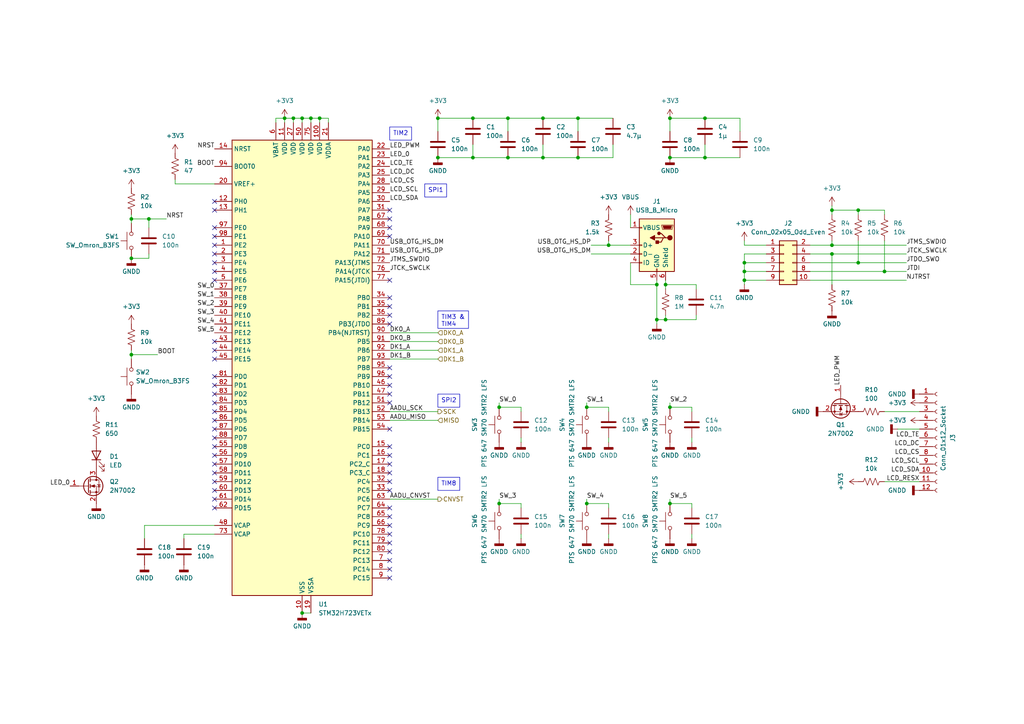
<source format=kicad_sch>
(kicad_sch (version 20231120) (generator "eeschema") (generator_version "8.0")
  (paper "A4")
  (lib_symbols
    (symbol "Connector:Conn_01x12_Socket" (pin_names (offset 1.016) hide)
      (property "Reference" "J" (at 0 15.24 0))
      (property "Value" "Conn_01x12_Socket" (at 0 -17.78 0))
      (symbol "Conn_01x12_Socket_1_1"
        (pin passive line (at -5.08 12.7 0) (length 3.81) (name "Pin_1") (number "1"))
        (pin passive line (at -5.08 -10.16 0) (length 3.81) (name "Pin_10") (number "10"))
        (pin passive line (at -5.08 -12.7 0) (length 3.81) (name "Pin_11") (number "11"))
        (pin passive line (at -5.08 -15.24 0) (length 3.81) (name "Pin_12") (number "12"))
        (pin passive line (at -5.08 10.16 0) (length 3.81) (name "Pin_2") (number "2"))
        (pin passive line (at -5.08 7.62 0) (length 3.81) (name "Pin_3") (number "3"))
        (pin passive line (at -5.08 5.08 0) (length 3.81) (name "Pin_4") (number "4"))
        (pin passive line (at -5.08 2.54 0) (length 3.81) (name "Pin_5") (number "5"))
        (pin passive line (at -5.08 0 0) (length 3.81) (name "Pin_6") (number "6"))
        (pin passive line (at -5.08 -2.54 0) (length 3.81) (name "Pin_7") (number "7"))
        (pin passive line (at -5.08 -5.08 0) (length 3.81) (name "Pin_8") (number "8"))
        (pin passive line (at -5.08 -7.62 0) (length 3.81) (name "Pin_9") (number "9"))
      )
    )
    (symbol "Connector:USB_B_Micro" (pin_names (offset 1.016))
      (property "Reference" "J" (at -5.08 11.43 0))
      (property "Value" "USB_B_Micro" (at -5.08 8.89 0))
      (symbol "USB_B_Micro_1_1"
        (pin power_out line (at 7.62 5.08 180) (length 2.54) (name "VBUS") (number "1"))
        (pin bidirectional line (at 7.62 -2.54 180) (length 2.54) (name "D-") (number "2"))
        (pin bidirectional line (at 7.62 0 180) (length 2.54) (name "D+") (number "3"))
        (pin passive line (at 7.62 -5.08 180) (length 2.54) (name "ID") (number "4"))
        (pin power_out line (at 0 -10.16 90) (length 2.54) (name "GND") (number "5"))
        (pin passive line (at -2.54 -10.16 90) (length 2.54) (name "Shield") (number "6"))
      )
    )
    (symbol "Connector_Generic:Conn_02x05_Odd_Even" (pin_names (offset 1.016) hide)
      (property "Reference" "J" (at 1.27 7.62 0))
      (property "Value" "Conn_02x05_Odd_Even" (at 1.27 -7.62 0))
      (symbol "Conn_02x05_Odd_Even_1_1"
        (pin passive line (at -5.08 5.08 0) (length 3.81) (name "Pin_1") (number "1"))
        (pin passive line (at 7.62 -5.08 180) (length 3.81) (name "Pin_10") (number "10"))
        (pin passive line (at 7.62 5.08 180) (length 3.81) (name "Pin_2") (number "2"))
        (pin passive line (at -5.08 2.54 0) (length 3.81) (name "Pin_3") (number "3"))
        (pin passive line (at 7.62 2.54 180) (length 3.81) (name "Pin_4") (number "4"))
        (pin passive line (at -5.08 0 0) (length 3.81) (name "Pin_5") (number "5"))
        (pin passive line (at 7.62 0 180) (length 3.81) (name "Pin_6") (number "6"))
        (pin passive line (at -5.08 -2.54 0) (length 3.81) (name "Pin_7") (number "7"))
        (pin passive line (at 7.62 -2.54 180) (length 3.81) (name "Pin_8") (number "8"))
        (pin passive line (at -5.08 -5.08 0) (length 3.81) (name "Pin_9") (number "9"))
      )
    )
    (symbol "Device:C" (pin_numbers hide) (pin_names (offset 0.254))
      (property "Reference" "C" (at 0.635 2.54 0))
      (property "Value" "C" (at 0.635 -2.54 0))
      (symbol "C_1_1"
        (pin passive line (at 0 3.81 270) (length 2.794) (name "~") (number "1"))
        (pin passive line (at 0 -3.81 90) (length 2.794) (name "~") (number "2"))
      )
    )
    (symbol "Device:LED" (pin_numbers hide) (pin_names (offset 1.016) hide)
      (property "Reference" "D" (at 0 2.54 0))
      (property "Value" "LED" (at 0 -2.54 0))
      (symbol "LED_1_1"
        (pin passive line (at -3.81 0 0) (length 2.54) (name "K") (number "1"))
        (pin passive line (at 3.81 0 180) (length 2.54) (name "A") (number "2"))
      )
    )
    (symbol "Device:R_US" (pin_numbers hide) (pin_names (offset 0))
      (property "Reference" "R" (at 2.54 0 90))
      (property "Value" "R_US" (at -2.54 0 90))
      (symbol "R_US_1_1"
        (pin passive line (at 0 3.81 270) (length 1.27) (name "~") (number "1"))
        (pin passive line (at 0 -3.81 90) (length 1.27) (name "~") (number "2"))
      )
    )
    (symbol "MCU_ST_STM32H7:STM32H723VETx"
      (property "Reference" "U" (at -20.32 67.31 0))
      (property "Value" "STM32H723VETx" (at 10.16 67.31 0))
      (symbol "STM32H723VETx_1_1"
        (pin bidirectional line (at -25.4 35.56 0) (length 5.08) (name "PE2") (number "1"))
        (pin power_in line (at 0 -71.12 90) (length 5.08) (name "VSS") (number "10"))
        (pin power_in line (at 5.08 71.12 270) (length 5.08) (name "VDD") (number "100"))
        (pin power_in line (at -5.08 71.12 270) (length 5.08) (name "VDD") (number "11"))
        (pin bidirectional line (at -25.4 48.26 0) (length 5.08) (name "PH0") (number "12"))
        (pin bidirectional line (at -25.4 45.72 0) (length 5.08) (name "PH1") (number "13"))
        (pin input line (at -25.4 63.5 0) (length 5.08) (name "NRST") (number "14"))
        (pin bidirectional line (at 25.4 -22.86 180) (length 5.08) (name "PC0") (number "15"))
        (pin bidirectional line (at 25.4 -25.4 180) (length 5.08) (name "PC1") (number "16"))
        (pin bidirectional line (at 25.4 -27.94 180) (length 5.08) (name "PC2_C") (number "17"))
        (pin bidirectional line (at 25.4 -30.48 180) (length 5.08) (name "PC3_C") (number "18"))
        (pin power_in line (at 2.54 -71.12 90) (length 5.08) (name "VSSA") (number "19"))
        (pin bidirectional line (at -25.4 33.02 0) (length 5.08) (name "PE3") (number "2"))
        (pin input line (at -25.4 53.34 0) (length 5.08) (name "VREF+") (number "20"))
        (pin power_in line (at 7.62 71.12 270) (length 5.08) (name "VDDA") (number "21"))
        (pin bidirectional line (at 25.4 63.5 180) (length 5.08) (name "PA0") (number "22"))
        (pin bidirectional line (at 25.4 60.96 180) (length 5.08) (name "PA1") (number "23"))
        (pin bidirectional line (at 25.4 58.42 180) (length 5.08) (name "PA2") (number "24"))
        (pin bidirectional line (at 25.4 55.88 180) (length 5.08) (name "PA3") (number "25"))
        (pin passive line (at 0 -71.12 90) (length 5.08) hide (name "VSS") (number "26"))
        (pin power_in line (at -2.54 71.12 270) (length 5.08) (name "VDD") (number "27"))
        (pin bidirectional line (at 25.4 53.34 180) (length 5.08) (name "PA4") (number "28"))
        (pin bidirectional line (at 25.4 50.8 180) (length 5.08) (name "PA5") (number "29"))
        (pin bidirectional line (at -25.4 30.48 0) (length 5.08) (name "PE4") (number "3"))
        (pin bidirectional line (at 25.4 48.26 180) (length 5.08) (name "PA6") (number "30"))
        (pin bidirectional line (at 25.4 45.72 180) (length 5.08) (name "PA7") (number "31"))
        (pin bidirectional line (at 25.4 -33.02 180) (length 5.08) (name "PC4") (number "32"))
        (pin bidirectional line (at 25.4 -35.56 180) (length 5.08) (name "PC5") (number "33"))
        (pin bidirectional line (at 25.4 20.32 180) (length 5.08) (name "PB0") (number "34"))
        (pin bidirectional line (at 25.4 17.78 180) (length 5.08) (name "PB1") (number "35"))
        (pin bidirectional line (at 25.4 15.24 180) (length 5.08) (name "PB2") (number "36"))
        (pin bidirectional line (at -25.4 22.86 0) (length 5.08) (name "PE7") (number "37"))
        (pin bidirectional line (at -25.4 20.32 0) (length 5.08) (name "PE8") (number "38"))
        (pin bidirectional line (at -25.4 17.78 0) (length 5.08) (name "PE9") (number "39"))
        (pin bidirectional line (at -25.4 27.94 0) (length 5.08) (name "PE5") (number "4"))
        (pin bidirectional line (at -25.4 15.24 0) (length 5.08) (name "PE10") (number "40"))
        (pin bidirectional line (at -25.4 12.7 0) (length 5.08) (name "PE11") (number "41"))
        (pin bidirectional line (at -25.4 10.16 0) (length 5.08) (name "PE12") (number "42"))
        (pin bidirectional line (at -25.4 7.62 0) (length 5.08) (name "PE13") (number "43"))
        (pin bidirectional line (at -25.4 5.08 0) (length 5.08) (name "PE14") (number "44"))
        (pin bidirectional line (at -25.4 2.54 0) (length 5.08) (name "PE15") (number "45"))
        (pin bidirectional line (at 25.4 -5.08 180) (length 5.08) (name "PB10") (number "46"))
        (pin bidirectional line (at 25.4 -7.62 180) (length 5.08) (name "PB11") (number "47"))
        (pin power_out line (at -25.4 -45.72 0) (length 5.08) (name "VCAP") (number "48"))
        (pin passive line (at 0 -71.12 90) (length 5.08) hide (name "VSS") (number "49"))
        (pin bidirectional line (at -25.4 25.4 0) (length 5.08) (name "PE6") (number "5"))
        (pin power_in line (at 0 71.12 270) (length 5.08) (name "VDD") (number "50"))
        (pin bidirectional line (at 25.4 -10.16 180) (length 5.08) (name "PB12") (number "51"))
        (pin bidirectional line (at 25.4 -12.7 180) (length 5.08) (name "PB13") (number "52"))
        (pin bidirectional line (at 25.4 -15.24 180) (length 5.08) (name "PB14") (number "53"))
        (pin bidirectional line (at 25.4 -17.78 180) (length 5.08) (name "PB15") (number "54"))
        (pin bidirectional line (at -25.4 -22.86 0) (length 5.08) (name "PD8") (number "55"))
        (pin bidirectional line (at -25.4 -25.4 0) (length 5.08) (name "PD9") (number "56"))
        (pin bidirectional line (at -25.4 -27.94 0) (length 5.08) (name "PD10") (number "57"))
        (pin bidirectional line (at -25.4 -30.48 0) (length 5.08) (name "PD11") (number "58"))
        (pin bidirectional line (at -25.4 -33.02 0) (length 5.08) (name "PD12") (number "59"))
        (pin power_in line (at -7.62 71.12 270) (length 5.08) (name "VBAT") (number "6"))
        (pin bidirectional line (at -25.4 -35.56 0) (length 5.08) (name "PD13") (number "60"))
        (pin bidirectional line (at -25.4 -38.1 0) (length 5.08) (name "PD14") (number "61"))
        (pin bidirectional line (at -25.4 -40.64 0) (length 5.08) (name "PD15") (number "62"))
        (pin bidirectional line (at 25.4 -38.1 180) (length 5.08) (name "PC6") (number "63"))
        (pin bidirectional line (at 25.4 -40.64 180) (length 5.08) (name "PC7") (number "64"))
        (pin bidirectional line (at 25.4 -43.18 180) (length 5.08) (name "PC8") (number "65"))
        (pin bidirectional line (at 25.4 -45.72 180) (length 5.08) (name "PC9") (number "66"))
        (pin bidirectional line (at 25.4 43.18 180) (length 5.08) (name "PA8") (number "67"))
        (pin bidirectional line (at 25.4 40.64 180) (length 5.08) (name "PA9") (number "68"))
        (pin bidirectional line (at 25.4 38.1 180) (length 5.08) (name "PA10") (number "69"))
        (pin bidirectional line (at 25.4 -55.88 180) (length 5.08) (name "PC13") (number "7"))
        (pin bidirectional line (at 25.4 35.56 180) (length 5.08) (name "PA11") (number "70"))
        (pin bidirectional line (at 25.4 33.02 180) (length 5.08) (name "PA12") (number "71"))
        (pin bidirectional line (at 25.4 30.48 180) (length 5.08) (name "PA13(JTMS") (number "72"))
        (pin power_out line (at -25.4 -48.26 0) (length 5.08) (name "VCAP") (number "73"))
        (pin passive line (at 0 -71.12 90) (length 5.08) hide (name "VSS") (number "74"))
        (pin power_in line (at 2.54 71.12 270) (length 5.08) (name "VDD") (number "75"))
        (pin bidirectional line (at 25.4 27.94 180) (length 5.08) (name "PA14(JTCK") (number "76"))
        (pin bidirectional line (at 25.4 25.4 180) (length 5.08) (name "PA15(JTDI)") (number "77"))
        (pin bidirectional line (at 25.4 -48.26 180) (length 5.08) (name "PC10") (number "78"))
        (pin bidirectional line (at 25.4 -50.8 180) (length 5.08) (name "PC11") (number "79"))
        (pin bidirectional line (at 25.4 -58.42 180) (length 5.08) (name "PC14") (number "8"))
        (pin bidirectional line (at 25.4 -53.34 180) (length 5.08) (name "PC12") (number "80"))
        (pin bidirectional line (at -25.4 -2.54 0) (length 5.08) (name "PD0") (number "81"))
        (pin bidirectional line (at -25.4 -5.08 0) (length 5.08) (name "PD1") (number "82"))
        (pin bidirectional line (at -25.4 -7.62 0) (length 5.08) (name "PD2") (number "83"))
        (pin bidirectional line (at -25.4 -10.16 0) (length 5.08) (name "PD3") (number "84"))
        (pin bidirectional line (at -25.4 -12.7 0) (length 5.08) (name "PD4") (number "85"))
        (pin bidirectional line (at -25.4 -15.24 0) (length 5.08) (name "PD5") (number "86"))
        (pin bidirectional line (at -25.4 -17.78 0) (length 5.08) (name "PD6") (number "87"))
        (pin bidirectional line (at -25.4 -20.32 0) (length 5.08) (name "PD7") (number "88"))
        (pin bidirectional line (at 25.4 12.7 180) (length 5.08) (name "PB3(JTDO") (number "89"))
        (pin bidirectional line (at 25.4 -60.96 180) (length 5.08) (name "PC15") (number "9"))
        (pin bidirectional line (at 25.4 10.16 180) (length 5.08) (name "PB4(NJTRST)") (number "90"))
        (pin bidirectional line (at 25.4 7.62 180) (length 5.08) (name "PB5") (number "91"))
        (pin bidirectional line (at 25.4 5.08 180) (length 5.08) (name "PB6") (number "92"))
        (pin bidirectional line (at 25.4 2.54 180) (length 5.08) (name "PB7") (number "93"))
        (pin input line (at -25.4 58.42 0) (length 5.08) (name "BOOT0") (number "94"))
        (pin bidirectional line (at 25.4 0 180) (length 5.08) (name "PB8") (number "95"))
        (pin bidirectional line (at 25.4 -2.54 180) (length 5.08) (name "PB9") (number "96"))
        (pin bidirectional line (at -25.4 40.64 0) (length 5.08) (name "PE0") (number "97"))
        (pin bidirectional line (at -25.4 38.1 0) (length 5.08) (name "PE1") (number "98"))
        (pin passive line (at 0 -71.12 90) (length 5.08) hide (name "VSS") (number "99"))
      )
    )
    (symbol "Switch:SW_Omron_B3FS" (pin_numbers hide) (pin_names (offset 1.016) hide)
      (property "Reference" "SW" (at 1.27 2.54 0))
      (property "Value" "SW_Omron_B3FS" (at 0 -1.524 0))
      (symbol "SW_Omron_B3FS_0_1"
        (pin passive line (at -5.08 0 0) (length 2.54) (name "1") (number "1"))
        (pin passive line (at 5.08 0 180) (length 2.54) (name "2") (number "2"))
      )
    )
    (symbol "Switch:SW_Push" (pin_numbers hide) (pin_names (offset 1.016) hide)
      (property "Reference" "SW" (at 1.27 2.54 0))
      (property "Value" "SW_Push" (at 0 -1.524 0))
      (symbol "SW_Push_0_1"
        (pin passive line (at -5.08 0 0) (length 2.54) (name "1") (number "1"))
        (pin passive line (at 5.08 0 180) (length 2.54) (name "2") (number "2"))
      )
    )
    (symbol "Transistor_FET:2N7002" (pin_names hide)
      (property "Reference" "Q" (at 5.08 1.905 0))
      (property "Value" "2N7002" (at 5.08 0 0))
      (symbol "2N7002_1_1"
        (pin input line (at -5.08 0 0) (length 2.54) (name "G") (number "1"))
        (pin passive line (at 2.54 -5.08 90) (length 2.54) (name "S") (number "2"))
        (pin passive line (at 2.54 5.08 270) (length 2.54) (name "D") (number "3"))
      )
    )
    (symbol "power:+3V3" (power) (pin_names (offset 0))
      (property "Value" "+3V3" (at 0 3.556 0))
      (symbol "+3V3_1_1"
        (pin power_in line (at 0 0 90) (length 0) hide (name "+3V3") (number "1"))
      )
    )
    (symbol "power:GNDD" (power) (pin_numbers hide) (pin_names (offset 0) hide)
      (property "Value" "GNDD" (at 0 -3.175 0))
      (symbol "GNDD_1_1"
        (pin power_in line (at 0 0 270) (length 0) (name "~") (number "1"))
      )
    )
    (symbol "power:VBUS" (power) (pin_names (offset 0))
      (property "Value" "VBUS" (at 0 3.81 0))
      (symbol "VBUS_1_1"
        (pin power_in line (at 0 0 90) (length 0) hide (name "VBUS") (number "1"))
      )
    )
  )
  (junction (at 87.63 34.29))
  (junction (at 137.16 34.29))
  (junction (at 170.18 146.05))
  (junction (at 215.9 81.28))
  (junction (at 38.1 74.93))
  (junction (at 215.9 76.2))
  (junction (at 127 45.72))
  (junction (at 170.18 118.11))
  (junction (at 193.04 92.71))
  (junction (at 167.64 45.72))
  (junction (at 204.47 45.72))
  (junction (at 157.48 45.72))
  (junction (at 147.32 45.72))
  (junction (at 43.18 63.5))
  (junction (at 38.1 63.5))
  (junction (at 144.78 146.05))
  (junction (at 194.31 34.29))
  (junction (at 215.9 78.74))
  (junction (at 193.04 82.55))
  (junction (at 241.3 60.96))
  (junction (at 241.3 71.12))
  (junction (at 92.71 34.29))
  (junction (at 190.5 82.55))
  (junction (at 248.92 76.2))
  (junction (at 137.16 45.72))
  (junction (at 256.54 78.74))
  (junction (at 38.1 102.87))
  (junction (at 190.5 92.71))
  (junction (at 85.09 34.29))
  (junction (at 90.17 34.29))
  (junction (at 248.92 60.96))
  (junction (at 194.31 118.11))
  (junction (at 147.32 34.29))
  (junction (at 167.64 34.29))
  (junction (at 194.31 146.05))
  (junction (at 204.47 34.29))
  (junction (at 194.31 45.72))
  (junction (at 176.53 71.12))
  (junction (at 127 34.29))
  (junction (at 144.78 118.11))
  (junction (at 87.63 177.8))
  (junction (at 157.48 34.29))
  (junction (at 241.3 73.66))
  (junction (at 82.55 34.29))
  (no_connect (at 62.23 101.6))
  (no_connect (at 113.03 165.1))
  (no_connect (at 113.03 124.46))
  (no_connect (at 62.23 144.78))
  (no_connect (at 113.03 129.54))
  (no_connect (at 113.03 162.56))
  (no_connect (at 113.03 149.86))
  (no_connect (at 62.23 134.62))
  (no_connect (at 62.23 99.06))
  (no_connect (at 62.23 58.42))
  (no_connect (at 113.03 142.24))
  (no_connect (at 113.03 134.62))
  (no_connect (at 62.23 66.04))
  (no_connect (at 113.03 152.4))
  (no_connect (at 113.03 68.58))
  (no_connect (at 62.23 71.12))
  (no_connect (at 62.23 132.08))
  (no_connect (at 62.23 60.96))
  (no_connect (at 113.03 139.7))
  (no_connect (at 62.23 116.84))
  (no_connect (at 113.03 86.36))
  (no_connect (at 113.03 111.76))
  (no_connect (at 62.23 147.32))
  (no_connect (at 62.23 78.74))
  (no_connect (at 62.23 121.92))
  (no_connect (at 113.03 109.22))
  (no_connect (at 113.03 114.3))
  (no_connect (at 62.23 111.76))
  (no_connect (at 113.03 132.08))
  (no_connect (at 62.23 73.66))
  (no_connect (at 113.03 106.68))
  (no_connect (at 62.23 139.7))
  (no_connect (at 62.23 81.28))
  (no_connect (at 113.03 154.94))
  (no_connect (at 62.23 68.58))
  (no_connect (at 113.03 60.96))
  (no_connect (at 62.23 119.38))
  (no_connect (at 113.03 93.98))
  (no_connect (at 62.23 129.54))
  (no_connect (at 113.03 157.48))
  (no_connect (at 62.23 76.2))
  (no_connect (at 113.03 147.32))
  (no_connect (at 113.03 63.5))
  (no_connect (at 113.03 88.9))
  (no_connect (at 113.03 66.04))
  (no_connect (at 113.03 137.16))
  (no_connect (at 62.23 109.22))
  (no_connect (at 113.03 160.02))
  (no_connect (at 62.23 142.24))
  (no_connect (at 62.23 104.14))
  (no_connect (at 62.23 127))
  (no_connect (at 62.23 137.16))
  (no_connect (at 113.03 167.64))
  (no_connect (at 62.23 114.3))
  (no_connect (at 113.03 91.44))
  (no_connect (at 113.03 81.28))
  (no_connect (at 62.23 124.46))
  (no_connect (at 113.03 116.84))
  (wire (pts (xy 190.5 82.55) (xy 190.5 81.28)))
  (wire (pts (xy 215.9 82.55) (xy 215.9 81.28)))
  (wire (pts (xy 182.88 76.2) (xy 182.88 82.55)))
  (wire (pts (xy 215.9 76.2) (xy 215.9 73.66)))
  (wire (pts (xy 201.93 82.55) (xy 193.04 82.55)))
  (wire (pts (xy 182.88 82.55) (xy 190.5 82.55)))
  (wire (pts (xy 177.8 41.91) (xy 177.8 45.72)))
  (wire (pts (xy 171.45 73.66) (xy 182.88 73.66)))
  (wire (pts (xy 176.53 69.85) (xy 176.53 71.12)))
  (wire (pts (xy 256.54 119.38) (xy 266.7 119.38)))
  (wire (pts (xy 137.16 41.91) (xy 137.16 45.72)))
  (wire (pts (xy 113.03 99.06) (xy 127 99.06)))
  (wire (pts (xy 248.92 60.96) (xy 241.3 60.96)))
  (wire (pts (xy 38.1 63.5) (xy 43.18 63.5)))
  (wire (pts (xy 147.32 34.29) (xy 157.48 34.29)))
  (wire (pts (xy 53.34 154.94) (xy 53.34 156.21)))
  (wire (pts (xy 62.23 152.4) (xy 41.91 152.4)))
  (wire (pts (xy 204.47 34.29) (xy 194.31 34.29)))
  (wire (pts (xy 204.47 41.91) (xy 204.47 45.72)))
  (wire (pts (xy 151.13 147.32) (xy 151.13 146.05)))
  (wire (pts (xy 170.18 116.84) (xy 170.18 118.11)))
  (wire (pts (xy 256.54 69.85) (xy 256.54 78.74)))
  (wire (pts (xy 190.5 82.55) (xy 190.5 92.71)))
  (wire (pts (xy 262.89 78.74) (xy 256.54 78.74)))
  (wire (pts (xy 167.64 45.72) (xy 177.8 45.72)))
  (wire (pts (xy 43.18 63.5) (xy 48.26 63.5)))
  (wire (pts (xy 200.66 154.94) (xy 200.66 156.21)))
  (wire (pts (xy 200.66 127) (xy 200.66 128.27)))
  (wire (pts (xy 43.18 73.66) (xy 43.18 74.93)))
  (wire (pts (xy 38.1 101.6) (xy 38.1 102.87)))
  (wire (pts (xy 85.09 34.29) (xy 87.63 34.29)))
  (wire (pts (xy 87.63 34.29) (xy 87.63 35.56)))
  (wire (pts (xy 43.18 63.5) (xy 43.18 66.04)))
  (wire (pts (xy 90.17 34.29) (xy 92.71 34.29)))
  (wire (pts (xy 215.9 81.28) (xy 215.9 78.74)))
  (wire (pts (xy 113.03 101.6) (xy 127 101.6)))
  (wire (pts (xy 256.54 62.23) (xy 256.54 60.96)))
  (wire (pts (xy 201.93 91.44) (xy 201.93 92.71)))
  (wire (pts (xy 147.32 34.29) (xy 147.32 38.1)))
  (wire (pts (xy 215.9 73.66) (xy 222.25 73.66)))
  (wire (pts (xy 204.47 45.72) (xy 214.63 45.72)))
  (wire (pts (xy 176.53 154.94) (xy 176.53 156.21)))
  (wire (pts (xy 167.64 34.29) (xy 167.64 38.1)))
  (wire (pts (xy 92.71 34.29) (xy 92.71 35.56)))
  (wire (pts (xy 113.03 144.78) (xy 127 144.78)))
  (wire (pts (xy 171.45 71.12) (xy 176.53 71.12)))
  (wire (pts (xy 262.89 81.28) (xy 234.95 81.28)))
  (wire (pts (xy 200.66 118.11) (xy 194.31 118.11)))
  (wire (pts (xy 113.03 104.14) (xy 127 104.14)))
  (wire (pts (xy 85.09 34.29) (xy 85.09 35.56)))
  (wire (pts (xy 137.16 34.29) (xy 147.32 34.29)))
  (wire (pts (xy 193.04 91.44) (xy 193.04 92.71)))
  (wire (pts (xy 256.54 139.7) (xy 266.7 139.7)))
  (wire (pts (xy 151.13 118.11) (xy 144.78 118.11)))
  (wire (pts (xy 90.17 34.29) (xy 90.17 35.56)))
  (wire (pts (xy 248.92 69.85) (xy 248.92 76.2)))
  (wire (pts (xy 176.53 119.38) (xy 176.53 118.11)))
  (wire (pts (xy 194.31 38.1) (xy 194.31 34.29)))
  (wire (pts (xy 193.04 82.55) (xy 193.04 83.82)))
  (wire (pts (xy 182.88 62.23) (xy 182.88 66.04)))
  (wire (pts (xy 194.31 45.72) (xy 204.47 45.72)))
  (wire (pts (xy 176.53 118.11) (xy 170.18 118.11)))
  (wire (pts (xy 38.1 62.23) (xy 38.1 63.5)))
  (wire (pts (xy 92.71 34.29) (xy 95.25 34.29)))
  (wire (pts (xy 241.3 73.66) (xy 262.89 73.66)))
  (wire (pts (xy 95.25 35.56) (xy 95.25 34.29)))
  (wire (pts (xy 176.53 146.05) (xy 170.18 146.05)))
  (wire (pts (xy 147.32 45.72) (xy 157.48 45.72)))
  (wire (pts (xy 38.1 102.87) (xy 38.1 104.14)))
  (wire (pts (xy 113.03 96.52) (xy 127 96.52)))
  (wire (pts (xy 80.01 34.29) (xy 82.55 34.29)))
  (wire (pts (xy 82.55 34.29) (xy 85.09 34.29)))
  (wire (pts (xy 87.63 177.8) (xy 90.17 177.8)))
  (wire (pts (xy 234.95 76.2) (xy 248.92 76.2)))
  (wire (pts (xy 151.13 119.38) (xy 151.13 118.11)))
  (wire (pts (xy 262.89 71.12) (xy 241.3 71.12)))
  (wire (pts (xy 241.3 73.66) (xy 234.95 73.66)))
  (wire (pts (xy 127 34.29) (xy 137.16 34.29)))
  (wire (pts (xy 215.9 69.85) (xy 215.9 71.12)))
  (wire (pts (xy 201.93 83.82) (xy 201.93 82.55)))
  (wire (pts (xy 176.53 147.32) (xy 176.53 146.05)))
  (wire (pts (xy 215.9 78.74) (xy 222.25 78.74)))
  (wire (pts (xy 80.01 35.56) (xy 80.01 34.29)))
  (wire (pts (xy 157.48 41.91) (xy 157.48 45.72)))
  (wire (pts (xy 194.31 144.78) (xy 194.31 146.05)))
  (wire (pts (xy 201.93 92.71) (xy 193.04 92.71)))
  (wire (pts (xy 214.63 34.29) (xy 204.47 34.29)))
  (wire (pts (xy 50.8 53.34) (xy 62.23 53.34)))
  (wire (pts (xy 62.23 154.94) (xy 53.34 154.94)))
  (wire (pts (xy 215.9 71.12) (xy 222.25 71.12)))
  (wire (pts (xy 200.66 146.05) (xy 194.31 146.05)))
  (wire (pts (xy 241.3 69.85) (xy 241.3 71.12)))
  (wire (pts (xy 113.03 121.92) (xy 127 121.92)))
  (wire (pts (xy 214.63 38.1) (xy 214.63 34.29)))
  (wire (pts (xy 38.1 74.93) (xy 43.18 74.93)))
  (wire (pts (xy 167.64 34.29) (xy 177.8 34.29)))
  (wire (pts (xy 241.3 59.69) (xy 241.3 60.96)))
  (wire (pts (xy 113.03 119.38) (xy 127 119.38)))
  (wire (pts (xy 176.53 127) (xy 176.53 128.27)))
  (wire (pts (xy 157.48 34.29) (xy 167.64 34.29)))
  (wire (pts (xy 176.53 71.12) (xy 182.88 71.12)))
  (wire (pts (xy 193.04 92.71) (xy 190.5 92.71)))
  (wire (pts (xy 38.1 102.87) (xy 45.72 102.87)))
  (wire (pts (xy 127 34.29) (xy 127 38.1)))
  (wire (pts (xy 144.78 144.78) (xy 144.78 146.05)))
  (wire (pts (xy 41.91 152.4) (xy 41.91 156.21)))
  (wire (pts (xy 157.48 45.72) (xy 167.64 45.72)))
  (wire (pts (xy 241.3 73.66) (xy 241.3 82.55)))
  (wire (pts (xy 190.5 92.71) (xy 190.5 93.98)))
  (wire (pts (xy 215.9 81.28) (xy 222.25 81.28)))
  (wire (pts (xy 50.8 52.07) (xy 50.8 53.34)))
  (wire (pts (xy 260.35 124.46) (xy 266.7 124.46)))
  (wire (pts (xy 151.13 146.05) (xy 144.78 146.05)))
  (wire (pts (xy 200.66 147.32) (xy 200.66 146.05)))
  (wire (pts (xy 256.54 60.96) (xy 248.92 60.96)))
  (wire (pts (xy 241.3 60.96) (xy 241.3 62.23)))
  (wire (pts (xy 256.54 78.74) (xy 234.95 78.74)))
  (wire (pts (xy 215.9 76.2) (xy 222.25 76.2)))
  (wire (pts (xy 144.78 116.84) (xy 144.78 118.11)))
  (wire (pts (xy 127 45.72) (xy 137.16 45.72)))
  (wire (pts (xy 193.04 81.28) (xy 193.04 82.55)))
  (wire (pts (xy 248.92 76.2) (xy 262.89 76.2)))
  (wire (pts (xy 137.16 45.72) (xy 147.32 45.72)))
  (wire (pts (xy 151.13 127) (xy 151.13 128.27)))
  (wire (pts (xy 151.13 154.94) (xy 151.13 156.21)))
  (wire (pts (xy 241.3 71.12) (xy 234.95 71.12)))
  (wire (pts (xy 170.18 144.78) (xy 170.18 146.05)))
  (wire (pts (xy 87.63 34.29) (xy 90.17 34.29)))
  (wire (pts (xy 215.9 78.74) (xy 215.9 76.2)))
  (wire (pts (xy 194.31 116.84) (xy 194.31 118.11)))
  (wire (pts (xy 82.55 34.29) (xy 82.55 35.56)))
  (wire (pts (xy 38.1 63.5) (xy 38.1 64.77)))
  (wire (pts (xy 200.66 119.38) (xy 200.66 118.11)))
  (wire (pts (xy 248.92 60.96) (xy 248.92 62.23)))
  (text_box "SPI2" (at 127 114.3 0) (size 6.35 3.81) (effects (font (size 1.27 1.27)) (justify left top)))
  (text_box "TIM2" (at 113.03 36.83 0) (size 6.35 3.81) (effects (font (size 1.27 1.27)) (justify left top)))
  (text_box "TIM3 & TIM4" (at 127 90.17 0) (size 8.89 5.08) (effects (font (size 1.27 1.27)) (justify left top)))
  (text_box "TIM8" (at 127 138.43 0) (size 6.35 3.81) (effects (font (size 1.27 1.27)) (justify left top)))
  (text_box "SPI1" (at 123.19 53.34 0) (size 6.35 3.81) (effects (font (size 1.27 1.27)) (justify left top)))
  (label "SW_4" (at 62.23 93.98 180))
  (label "LED_0" (at 20.32 140.97 180))
  (label "DK0_B" (at 113.03 99.06 0))
  (label "SW_5" (at 62.23 96.52 180))
  (label "LCD_SCL" (at 266.7 134.62 180))
  (label "DK0_A" (at 113.03 96.52 0))
  (label "NRST" (at 48.26 63.5 0))
  (label "LCD_TE" (at 266.7 127 180))
  (label "SW_2" (at 194.31 116.84 0))
  (label "USB_OTG_HS_DM" (at 113.03 71.12 0))
  (label "JTDO_SWO" (at 262.89 76.2 0))
  (label "LED_0" (at 113.03 45.72 0))
  (label "SW_4" (at 170.18 144.78 0))
  (label "SW_5" (at 194.31 144.78 0))
  (label "NRST" (at 62.23 43.18 180))
  (label "LCD_TE" (at 113.03 48.26 0))
  (label "SW_1" (at 170.18 116.84 0))
  (label "JTMS_SWDIO" (at 113.03 76.2 0))
  (label "SW_0" (at 144.78 116.84 0))
  (label "JTDI" (at 262.89 78.74 0))
  (label "USB_OTG_HS_DP" (at 113.03 73.66 0))
  (label "LCD_SDA" (at 113.03 58.42 0))
  (label "AADU_MISO" (at 113.03 121.92 0))
  (label "LCD_DC" (at 266.7 129.54 180))
  (label "JTMS_SWDIO" (at 262.89 71.12 0))
  (label "SW_0" (at 62.23 83.82 180))
  (label "SW_1" (at 62.23 86.36 180))
  (label "LCD_CS" (at 113.03 53.34 0))
  (label "LCD_DC" (at 113.03 50.8 0))
  (label "LED_PWM" (at 113.03 43.18 0))
  (label "SW_3" (at 144.78 144.78 0))
  (label "JTCK_SWCLK" (at 262.89 73.66 0))
  (label "NJTRST" (at 262.89 81.28 0))
  (label "JTCK_SWCLK" (at 113.03 78.74 0))
  (label "LCD_SDA" (at 266.7 137.16 180))
  (label "BOOT" (at 62.23 48.26 180))
  (label "AADU_CNVST" (at 113.03 144.78 0))
  (label "SW_2" (at 62.23 88.9 180))
  (label "AADU_SCK" (at 113.03 119.38 0))
  (label "USB_OTG_HS_DP" (at 171.45 71.12 180))
  (label "LED_PWM" (at 243.84 111.76 90))
  (label "DK1_B" (at 113.03 104.14 0))
  (label "DK1_A" (at 113.03 101.6 0))
  (label "BOOT" (at 45.72 102.87 0))
  (label "LCD_CS" (at 266.7 132.08 180))
  (label "LCD_RESX" (at 266.7 139.7 180))
  (label "SW_3" (at 62.23 91.44 180))
  (label "USB_OTG_HS_DM" (at 171.45 73.66 180))
  (label "LCD_SCL" (at 113.03 55.88 0))
  (hierarchical_label "DK1_B" (shape input) (at 127 104.14 0))
  (hierarchical_label "DK1_A" (shape input) (at 127 101.6 0))
  (hierarchical_label "SCK" (shape output) (at 127 119.38 0))
  (hierarchical_label "CNVST" (shape output) (at 127 144.78 0))
  (hierarchical_label "DK0_A" (shape input) (at 127 96.52 0))
  (hierarchical_label "MISO" (shape input) (at 127 121.92 0))
  (hierarchical_label "DK0_B" (shape input) (at 127 99.06 0))
  (symbol (lib_id "Switch:SW_Push") (at 144.78 151.13 90) (mirror x) (unit 1)
    (property "Reference" "SW6" (at 137.668 153.162 0) (effects (justify right)))
    (property "Value" "PTS 647 SM70 SMTR2 LFS" (at 140.462 163.576 0) (effects (justify right)))
    (property "Footprint" "maßstandflächen:häufige_kurzhubtaster" (effects (hide yes)))
    (property "Description" "Push button switch, generic, two pins" (effects (hide yes)))
  )
  (symbol (lib_id "Device:C") (at 43.18 69.85 0) (unit 1)
    (property "Reference" "C10" (at 46.99 68.58 0) (effects (justify left)))
    (property "Value" "100n" (at 46.99 71.12 0) (effects (justify left)))
    (property "Footprint" "Capacitor_SMD:C_0603_1608Metric" (effects (hide yes)))
  )
  (symbol (lib_id "Switch:SW_Push") (at 170.18 123.19 90) (mirror x) (unit 1)
    (property "Reference" "SW4" (at 163.068 125.222 0) (effects (justify right)))
    (property "Value" "PTS 647 SM70 SMTR2 LFS" (at 165.862 135.636 0) (effects (justify right)))
    (property "Footprint" "maßstandflächen:häufige_kurzhubtaster" (effects (hide yes)))
    (property "Description" "Push button switch, generic, two pins" (effects (hide yes)))
  )
  (symbol (lib_id "power:GNDD") (at 200.66 156.21 0) (unit 1)
    (property "Reference" "#PWR095" (effects (hide yes)))
    (property "Value" "GNDD" (at 200.66 160.02 0))
    (property "Description" "Power symbol creates a global label with name \"GNDD\" , digital ground" (effects (hide yes)))
  )
  (symbol (lib_id "Device:LED") (at 27.94 132.08 90) (unit 1)
    (property "Reference" "D1" (at 31.75 132.3975 90) (effects (justify right)))
    (property "Value" "LED" (at 31.75 134.9375 90) (effects (justify right)))
    (property "Footprint" "LED_SMD:LED_0805_2012Metric" (effects (hide yes)))
  )
  (symbol (lib_id "Switch:SW_Push") (at 170.18 151.13 90) (mirror x) (unit 1)
    (property "Reference" "SW7" (at 163.068 153.162 0) (effects (justify right)))
    (property "Value" "PTS 647 SM70 SMTR2 LFS" (at 165.862 163.576 0) (effects (justify right)))
    (property "Footprint" "maßstandflächen:häufige_kurzhubtaster" (effects (hide yes)))
    (property "Description" "Push button switch, generic, two pins" (effects (hide yes)))
  )
  (symbol (lib_id "power:GNDD") (at 266.7 114.3 270) (unit 1)
    (property "Reference" "#PWR021" (effects (hide yes)))
    (property "Value" "GNDD" (at 262.89 114.2999 90) (effects (justify right)))
    (property "Description" "Power symbol creates a global label with name \"GNDD\" , digital ground" (effects (hide yes)))
  )
  (symbol (lib_id "power:+3V3") (at 241.3 59.69 0) (unit 1)
    (property "Reference" "#PWR015" (effects (hide yes)))
    (property "Value" "+3V3" (at 241.3 54.61 0))
  )
  (symbol (lib_id "Device:R_US") (at 252.73 119.38 90) (unit 1)
    (property "Reference" "R10" (at 252.73 113.03 90))
    (property "Value" "100" (at 252.73 115.57 90))
    (property "Footprint" "Resistor_SMD:R_0603_1608Metric" (effects (hide yes)))
  )
  (symbol (lib_id "power:+3V3") (at 248.92 139.7 90) (unit 1)
    (property "Reference" "#PWR078" (effects (hide yes)))
    (property "Value" "+3V3" (at 243.84 139.7 0))
  )
  (symbol (lib_id "Device:C") (at 200.66 123.19 0) (unit 1)
    (property "Reference" "C14" (at 204.47 121.92 0) (effects (justify left)))
    (property "Value" "100n" (at 204.47 124.46 0) (effects (justify left)))
    (property "Footprint" "Capacitor_SMD:C_0603_1608Metric" (effects (hide yes)))
  )
  (symbol (lib_id "power:GNDD") (at 200.66 128.27 0) (unit 1)
    (property "Reference" "#PWR089" (effects (hide yes)))
    (property "Value" "GNDD" (at 200.66 132.08 0))
    (property "Description" "Power symbol creates a global label with name \"GNDD\" , digital ground" (effects (hide yes)))
  )
  (symbol (lib_id "power:+3V3") (at 266.7 121.92 90) (unit 1)
    (property "Reference" "#PWR076" (effects (hide yes)))
    (property "Value" "+3V3" (at 262.89 121.9199 90) (effects (justify left)))
  )
  (symbol (lib_id "power:GNDD") (at 151.13 156.21 0) (unit 1)
    (property "Reference" "#PWR091" (effects (hide yes)))
    (property "Value" "GNDD" (at 151.13 160.02 0))
    (property "Description" "Power symbol creates a global label with name \"GNDD\" , digital ground" (effects (hide yes)))
  )
  (symbol (lib_id "power:GNDD") (at 127 45.72 0) (unit 1)
    (property "Reference" "#PWR018" (effects (hide yes)))
    (property "Value" "GNDD" (at 127 49.53 0))
    (property "Description" "Power symbol creates a global label with name \"GNDD\" , digital ground" (effects (hide yes)))
  )
  (symbol (lib_id "Device:C") (at 204.47 38.1 0) (unit 1)
    (property "Reference" "C4" (at 208.28 36.83 0) (effects (justify left)))
    (property "Value" "1μ" (at 208.28 39.37 0) (effects (justify left)))
    (property "Footprint" "Capacitor_SMD:C_0805_2012Metric" (effects (hide yes)))
  )
  (symbol (lib_id "power:GNDD") (at 176.53 128.27 0) (unit 1)
    (property "Reference" "#PWR087" (effects (hide yes)))
    (property "Value" "GNDD" (at 176.53 132.08 0))
    (property "Description" "Power symbol creates a global label with name \"GNDD\" , digital ground" (effects (hide yes)))
  )
  (symbol (lib_id "power:GNDD") (at 194.31 128.27 0) (unit 1)
    (property "Reference" "#PWR088" (effects (hide yes)))
    (property "Value" "GNDD" (at 194.31 132.08 0))
    (property "Description" "Power symbol creates a global label with name \"GNDD\" , digital ground" (effects (hide yes)))
  )
  (symbol (lib_id "Device:C") (at 137.16 38.1 0) (unit 1)
    (property "Reference" "C1" (at 140.97 36.83 0) (effects (justify left)))
    (property "Value" "100n" (at 140.97 39.37 0) (effects (justify left)))
    (property "Footprint" "Capacitor_SMD:C_0603_1608Metric" (effects (hide yes)))
  )
  (symbol (lib_id "Device:R_US") (at 38.1 97.79 0) (unit 1)
    (property "Reference" "R9" (at 40.64 96.52 0) (effects (justify left)))
    (property "Value" "10k" (at 40.64 99.06 0) (effects (justify left)))
    (property "Footprint" "Resistor_SMD:R_0603_1608Metric" (effects (hide yes)))
  )
  (symbol (lib_id "Switch:SW_Push") (at 194.31 123.19 90) (mirror x) (unit 1)
    (property "Reference" "SW5" (at 187.198 125.222 0) (effects (justify right)))
    (property "Value" "PTS 647 SM70 SMTR2 LFS" (at 189.992 135.636 0) (effects (justify right)))
    (property "Footprint" "maßstandflächen:häufige_kurzhubtaster" (effects (hide yes)))
    (property "Description" "Push button switch, generic, two pins" (effects (hide yes)))
  )
  (symbol (lib_id "Device:C") (at 53.34 160.02 0) (unit 1)
    (property "Reference" "C19" (at 57.15 158.75 0) (effects (justify left)))
    (property "Value" "100n" (at 57.15 161.29 0) (effects (justify left)))
    (property "Footprint" "Capacitor_SMD:C_0603_1608Metric" (effects (hide yes)))
  )
  (symbol (lib_id "Device:C") (at 147.32 41.91 0) (unit 1)
    (property "Reference" "C6" (at 151.13 40.64 0) (effects (justify left)))
    (property "Value" "100n" (at 151.13 43.18 0) (effects (justify left)))
    (property "Footprint" "Capacitor_SMD:C_0603_1608Metric" (effects (hide yes)))
  )
  (symbol (lib_id "power:GNDD") (at 53.34 163.83 0) (unit 1)
    (property "Reference" "#PWR08" (effects (hide yes)))
    (property "Value" "GNDD" (at 53.34 167.64 0))
    (property "Description" "Power symbol creates a global label with name \"GNDD\" , digital ground" (effects (hide yes)))
  )
  (symbol (lib_id "Device:R_US") (at 252.73 139.7 90) (unit 1)
    (property "Reference" "R12" (at 252.73 133.35 90))
    (property "Value" "10k" (at 252.73 135.89 90))
    (property "Footprint" "Resistor_SMD:R_0603_1608Metric" (effects (hide yes)))
  )
  (symbol (lib_id "Device:R_US") (at 176.53 66.04 0) (mirror y) (unit 1)
    (property "Reference" "R3" (at 173.99 64.77 0) (effects (justify left)))
    (property "Value" "1.5k" (at 173.99 67.31 0) (effects (justify left)))
    (property "Footprint" "Resistor_SMD:R_0603_1608Metric" (effects (hide yes)))
  )
  (symbol (lib_id "power:GNDD") (at 215.9 82.55 0) (unit 1)
    (property "Reference" "#PWR014" (effects (hide yes)))
    (property "Value" "GNDD" (at 215.9 86.36 0))
    (property "Description" "Power symbol creates a global label with name \"GNDD\" , digital ground" (effects (hide yes)))
  )
  (symbol (lib_id "Device:C") (at 176.53 151.13 0) (unit 1)
    (property "Reference" "C16" (at 180.34 149.86 0) (effects (justify left)))
    (property "Value" "100n" (at 180.34 152.4 0) (effects (justify left)))
    (property "Footprint" "Capacitor_SMD:C_0603_1608Metric" (effects (hide yes)))
  )
  (symbol (lib_id "Device:C") (at 151.13 123.19 0) (unit 1)
    (property "Reference" "C12" (at 154.94 121.92 0) (effects (justify left)))
    (property "Value" "100n" (at 154.94 124.46 0) (effects (justify left)))
    (property "Footprint" "Capacitor_SMD:C_0603_1608Metric" (effects (hide yes)))
  )
  (symbol (lib_id "Device:C") (at 214.63 41.91 0) (unit 1)
    (property "Reference" "C9" (at 218.44 40.64 0) (effects (justify left)))
    (property "Value" "100n" (at 218.44 43.18 0) (effects (justify left)))
    (property "Footprint" "Capacitor_SMD:C_0603_1608Metric" (effects (hide yes)))
  )
  (symbol (lib_id "power:GNDD") (at 144.78 128.27 0) (unit 1)
    (property "Reference" "#PWR084" (effects (hide yes)))
    (property "Value" "GNDD" (at 144.78 132.08 0))
    (property "Description" "Power symbol creates a global label with name \"GNDD\" , digital ground" (effects (hide yes)))
  )
  (symbol (lib_id "power:GNDD") (at 170.18 128.27 0) (unit 1)
    (property "Reference" "#PWR086" (effects (hide yes)))
    (property "Value" "GNDD" (at 170.18 132.08 0))
    (property "Description" "Power symbol creates a global label with name \"GNDD\" , digital ground" (effects (hide yes)))
  )
  (symbol (lib_id "power:GNDD") (at 238.76 119.38 270) (unit 1)
    (property "Reference" "#PWR079" (effects (hide yes)))
    (property "Value" "GNDD" (at 234.95 119.3799 90) (effects (justify right)))
    (property "Description" "Power symbol creates a global label with name \"GNDD\" , digital ground" (effects (hide yes)))
  )
  (symbol (lib_id "power:+3V3") (at 194.31 34.29 0) (unit 1)
    (property "Reference" "#PWR012" (effects (hide yes)))
    (property "Value" "+3V3" (at 194.31 29.21 0))
  )
  (symbol (lib_id "Device:R_US") (at 193.04 87.63 0) (unit 1)
    (property "Reference" "R8" (at 195.58 86.36 0) (effects (justify left)))
    (property "Value" "1M" (at 195.58 88.9 0) (effects (justify left)))
    (property "Footprint" "Resistor_SMD:R_0603_1608Metric" (effects (hide yes)))
  )
  (symbol (lib_id "power:+3V3") (at 266.7 116.84 90) (unit 1)
    (property "Reference" "#PWR077" (effects (hide yes)))
    (property "Value" "+3V3" (at 262.89 116.8399 90) (effects (justify left)))
  )
  (symbol (lib_id "power:+3V3") (at 50.8 44.45 0) (unit 1)
    (property "Reference" "#PWR07" (effects (hide yes)))
    (property "Value" "+3V3" (at 50.8 39.37 0))
  )
  (symbol (lib_id "power:+3V3") (at 38.1 54.61 0) (unit 1)
    (property "Reference" "#PWR01" (effects (hide yes)))
    (property "Value" "+3V3" (at 38.1 49.53 0))
  )
  (symbol (lib_id "Device:C") (at 41.91 160.02 180) (unit 1)
    (property "Reference" "C18" (at 45.72 158.75 0) (effects (justify right)))
    (property "Value" "100n" (at 45.72 161.29 0) (effects (justify right)))
    (property "Footprint" "Capacitor_SMD:C_0603_1608Metric" (effects (hide yes)))
  )
  (symbol (lib_id "power:GNDD") (at 144.78 156.21 0) (unit 1)
    (property "Reference" "#PWR090" (effects (hide yes)))
    (property "Value" "GNDD" (at 144.78 160.02 0))
    (property "Description" "Power symbol creates a global label with name \"GNDD\" , digital ground" (effects (hide yes)))
  )
  (symbol (lib_id "power:GNDD") (at 176.53 156.21 0) (unit 1)
    (property "Reference" "#PWR093" (effects (hide yes)))
    (property "Value" "GNDD" (at 176.53 160.02 0))
    (property "Description" "Power symbol creates a global label with name \"GNDD\" , digital ground" (effects (hide yes)))
  )
  (symbol (lib_id "Device:C") (at 177.8 38.1 0) (unit 1)
    (property "Reference" "C3" (at 181.61 36.83 0) (effects (justify left)))
    (property "Value" "4.7μ" (at 181.61 39.37 0) (effects (justify left)))
    (property "Footprint" "Capacitor_SMD:C_0805_2012Metric" (effects (hide yes)))
  )
  (symbol (lib_id "power:GNDD") (at 38.1 114.3 0) (unit 1)
    (property "Reference" "#PWR02" (effects (hide yes)))
    (property "Value" "GNDD" (at 38.1 118.11 0))
    (property "Description" "Power symbol creates a global label with name \"GNDD\" , digital ground" (effects (hide yes)))
  )
  (symbol (lib_id "Device:C") (at 167.64 41.91 0) (unit 1)
    (property "Reference" "C7" (at 171.45 40.64 0) (effects (justify left)))
    (property "Value" "100n" (at 171.45 43.18 0) (effects (justify left)))
    (property "Footprint" "Capacitor_SMD:C_0603_1608Metric" (effects (hide yes)))
  )
  (symbol (lib_id "power:GNDD") (at 194.31 45.72 0) (unit 1)
    (property "Reference" "#PWR017" (effects (hide yes)))
    (property "Value" "GNDD" (at 194.31 49.53 0))
    (property "Description" "Power symbol creates a global label with name \"GNDD\" , digital ground" (effects (hide yes)))
  )
  (symbol (lib_id "Device:R_US") (at 241.3 66.04 0) (unit 1)
    (property "Reference" "R4" (at 243.84 64.77 0) (effects (justify left)))
    (property "Value" "10k" (at 243.84 67.31 0) (effects (justify left)))
    (property "Footprint" "Resistor_SMD:R_0603_1608Metric" (effects (hide yes)))
  )
  (symbol (lib_id "Device:C") (at 176.53 123.19 0) (unit 1)
    (property "Reference" "C13" (at 180.34 121.92 0) (effects (justify left)))
    (property "Value" "100n" (at 180.34 124.46 0) (effects (justify left)))
    (property "Footprint" "Capacitor_SMD:C_0603_1608Metric" (effects (hide yes)))
  )
  (symbol (lib_id "power:GNDD") (at 266.7 142.24 270) (unit 1)
    (property "Reference" "#PWR075" (effects (hide yes)))
    (property "Value" "GNDD" (at 262.89 142.2399 90) (effects (justify right)))
    (property "Description" "Power symbol creates a global label with name \"GNDD\" , digital ground" (effects (hide yes)))
  )
  (symbol (lib_id "Device:R_US") (at 27.94 124.46 180) (unit 1)
    (property "Reference" "R11" (at 30.48 123.19 0) (effects (justify right)))
    (property "Value" "650" (at 30.48 125.73 0) (effects (justify right)))
    (property "Footprint" "Resistor_SMD:R_0603_1608Metric" (effects (hide yes)))
  )
  (symbol (lib_id "Device:C") (at 200.66 151.13 0) (unit 1)
    (property "Reference" "C17" (at 204.47 149.86 0) (effects (justify left)))
    (property "Value" "100n" (at 204.47 152.4 0) (effects (justify left)))
    (property "Footprint" "Capacitor_SMD:C_0603_1608Metric" (effects (hide yes)))
  )
  (symbol (lib_id "MCU_ST_STM32H7:STM32H723VETx") (at 87.63 106.68 0) (unit 1)
    (property "Reference" "U1" (at 92.3641 175.26 0) (effects (justify left)))
    (property "Value" "STM32H723VETx" (at 92.3641 177.8 0) (effects (justify left)))
    (property "Footprint" "Package_QFP:LQFP-100_14x14mm_P0.5mm" (effects (hide yes)))
    (property "Datasheet" "https://www.st.com/resource/en/datasheet/stm32h723ve.pdf" (effects (hide yes)))
  )
  (symbol (lib_id "Device:R_US") (at 50.8 48.26 180) (unit 1)
    (property "Reference" "R1" (at 53.34 46.99 0) (effects (justify right)))
    (property "Value" "47" (at 53.34 49.53 0) (effects (justify right)))
    (property "Footprint" "Resistor_SMD:R_0603_1608Metric" (effects (hide yes)))
  )
  (symbol (lib_id "power:GNDD") (at 151.13 128.27 0) (unit 1)
    (property "Reference" "#PWR085" (effects (hide yes)))
    (property "Value" "GNDD" (at 151.13 132.08 0))
    (property "Description" "Power symbol creates a global label with name \"GNDD\" , digital ground" (effects (hide yes)))
  )
  (symbol (lib_id "power:VBUS") (at 182.88 62.23 0) (unit 1)
    (property "Reference" "#PWR020" (effects (hide yes)))
    (property "Value" "VBUS" (at 182.88 57.15 0))
  )
  (symbol (lib_id "power:+3V3") (at 127 34.29 0) (unit 1)
    (property "Reference" "#PWR011" (effects (hide yes)))
    (property "Value" "+3V3" (at 127 29.21 0))
  )
  (symbol (lib_id "Connector:Conn_01x12_Socket") (at 271.78 127 0) (unit 1)
    (property "Reference" "J3" (at 276.352 128.27 90) (effects (justify left)))
    (property "Value" "Conn_01x12_Socket" (at 273.558 117.602 90) (effects (justify right)))
    (property "Footprint" "Connector_FFC-FPC:Hirose_FH12-12S-0.5SH_1x12-1MP_P0.50mm_Horizontal" (effects (hide yes)))
    (property "Description" "Generic connector, single row, 01x12, script generated" (effects (hide yes)))
  )
  (symbol (lib_id "Device:C") (at 151.13 151.13 0) (unit 1)
    (property "Reference" "C15" (at 154.94 149.86 0) (effects (justify left)))
    (property "Value" "100n" (at 154.94 152.4 0) (effects (justify left)))
    (property "Footprint" "Capacitor_SMD:C_0603_1608Metric" (effects (hide yes)))
  )
  (symbol (lib_id "power:+3V3") (at 38.1 93.98 0) (unit 1)
    (property "Reference" "#PWR03" (effects (hide yes)))
    (property "Value" "+3V3" (at 38.1 88.9 0))
  )
  (symbol (lib_id "Connector:USB_B_Micro") (at 190.5 71.12 0) (mirror y) (unit 1)
    (property "Reference" "J1" (at 190.5 58.42 0))
    (property "Value" "USB_B_Micro" (at 190.5 60.96 0))
    (property "Footprint" "Connector_USB:USB_Micro-B_Amphenol_10118193-0001LF_Horizontal" (effects (hide yes)))
  )
  (symbol (lib_id "Switch:SW_Omron_B3FS") (at 38.1 109.22 90) (unit 1)
    (property "Reference" "SW2" (at 39.37 107.95 90) (effects (justify right)))
    (property "Value" "SW_Omron_B3FS" (at 39.37 110.49 90) (effects (justify right)))
    (property "Footprint" "maßstandflächen:häufige_kurzhubtaster" (effects (hide yes)))
    (property "Datasheet" "https://omronfs.omron.com/en_US/ecb/products/pdf/en-b3fs.pdf" (effects (hide yes)))
  )
  (symbol (lib_id "Connector_Generic:Conn_02x05_Odd_Even") (at 227.33 76.2 0) (unit 1)
    (property "Reference" "J2" (at 228.6 64.77 0))
    (property "Value" "Conn_02x05_Odd_Even" (at 228.6 67.31 0))
    (property "Footprint" "Connector_PinHeader_1.27mm:PinHeader_2x05_P1.27mm_Vertical_SMD" (effects (hide yes)))
  )
  (symbol (lib_id "power:GNDD") (at 241.3 90.17 0) (unit 1)
    (property "Reference" "#PWR013" (effects (hide yes)))
    (property "Value" "GNDD" (at 241.3 93.98 0))
    (property "Description" "Power symbol creates a global label with name \"GNDD\" , digital ground" (effects (hide yes)))
  )
  (symbol (lib_id "Transistor_FET:2N7002") (at 243.84 116.84 270) (unit 1)
    (property "Reference" "Q1" (at 243.84 123.19 90))
    (property "Value" "2N7002" (at 243.84 125.73 90))
    (property "Footprint" "Package_TO_SOT_SMD:SOT-23" (effects (hide yes)))
    (property "Datasheet" "https://www.onsemi.com/pub/Collateral/NDS7002A-D.PDF" (effects (hide yes)))
    (property "Description" "0.115A Id, 60V Vds, N-Channel MOSFET, SOT-23" (effects (hide yes)))
  )
  (symbol (lib_id "Device:C") (at 127 41.91 0) (unit 1)
    (property "Reference" "C5" (at 130.81 40.64 0) (effects (justify left)))
    (property "Value" "100n" (at 130.81 43.18 0) (effects (justify left)))
    (property "Footprint" "Capacitor_SMD:C_0603_1608Metric" (effects (hide yes)))
  )
  (symbol (lib_id "Switch:SW_Push") (at 144.78 123.19 90) (mirror x) (unit 1)
    (property "Reference" "SW3" (at 137.668 125.222 0) (effects (justify right)))
    (property "Value" "PTS 647 SM70 SMTR2 LFS" (at 140.462 135.636 0) (effects (justify right)))
    (property "Footprint" "maßstandflächen:häufige_kurzhubtaster" (effects (hide yes)))
    (property "Description" "Push button switch, generic, two pins" (effects (hide yes)))
  )
  (symbol (lib_id "power:+3V3") (at 215.9 69.85 0) (unit 1)
    (property "Reference" "#PWR016" (effects (hide yes)))
    (property "Value" "+3V3" (at 215.9 64.77 0))
  )
  (symbol (lib_id "power:GNDD") (at 194.31 156.21 0) (unit 1)
    (property "Reference" "#PWR094" (effects (hide yes)))
    (property "Value" "GNDD" (at 194.31 160.02 0))
    (property "Description" "Power symbol creates a global label with name \"GNDD\" , digital ground" (effects (hide yes)))
  )
  (symbol (lib_id "power:+3V3") (at 27.94 120.65 0) (unit 1)
    (property "Reference" "#PWR0102" (effects (hide yes)))
    (property "Value" "+3V3" (at 27.94 115.57 0))
  )
  (symbol (lib_id "Device:R_US") (at 38.1 58.42 0) (unit 1)
    (property "Reference" "R2" (at 40.64 57.15 0) (effects (justify left)))
    (property "Value" "10k" (at 40.64 59.69 0) (effects (justify left)))
    (property "Footprint" "Resistor_SMD:R_0603_1608Metric" (effects (hide yes)))
  )
  (symbol (lib_id "power:GNDD") (at 38.1 74.93 0) (unit 1)
    (property "Reference" "#PWR073" (effects (hide yes)))
    (property "Value" "GNDD" (at 38.1 78.74 0))
    (property "Description" "Power symbol creates a global label with name \"GNDD\" , digital ground" (effects (hide yes)))
  )
  (symbol (lib_id "power:GNDD") (at 190.5 93.98 0) (unit 1)
    (property "Reference" "#PWR010" (effects (hide yes)))
    (property "Value" "GNDD" (at 190.5 97.79 0))
    (property "Description" "Power symbol creates a global label with name \"GNDD\" , digital ground" (effects (hide yes)))
  )
  (symbol (lib_id "Transistor_FET:2N7002") (at 25.4 140.97 0) (unit 1)
    (property "Reference" "Q2" (at 31.75 139.6999 0) (effects (justify left)))
    (property "Value" "2N7002" (at 31.75 142.2399 0) (effects (justify left)))
    (property "Footprint" "Package_TO_SOT_SMD:SOT-23" (effects (hide yes)))
    (property "Datasheet" "https://www.onsemi.com/pub/Collateral/NDS7002A-D.PDF" (effects (hide yes)))
    (property "Description" "0.115A Id, 60V Vds, N-Channel MOSFET, SOT-23" (effects (hide yes)))
  )
  (symbol (lib_id "power:+3V3") (at 176.53 62.23 0) (unit 1)
    (property "Reference" "#PWR019" (effects (hide yes)))
    (property "Value" "+3V3" (at 176.53 57.15 0))
  )
  (symbol (lib_id "power:GNDD") (at 170.18 156.21 0) (unit 1)
    (property "Reference" "#PWR092" (effects (hide yes)))
    (property "Value" "GNDD" (at 170.18 160.02 0))
    (property "Description" "Power symbol creates a global label with name \"GNDD\" , digital ground" (effects (hide yes)))
  )
  (symbol (lib_id "Device:R_US") (at 256.54 66.04 0) (unit 1)
    (property "Reference" "R6" (at 259.08 64.77 0) (effects (justify left)))
    (property "Value" "10k" (at 259.08 67.31 0) (effects (justify left)))
    (property "Footprint" "Resistor_SMD:R_0603_1608Metric" (effects (hide yes)))
  )
  (symbol (lib_id "Device:R_US") (at 248.92 66.04 0) (unit 1)
    (property "Reference" "R5" (at 251.46 64.77 0) (effects (justify left)))
    (property "Value" "10k" (at 251.46 67.31 0) (effects (justify left)))
    (property "Footprint" "Resistor_SMD:R_0603_1608Metric" (effects (hide yes)))
  )
  (symbol (lib_id "Device:C") (at 157.48 38.1 0) (unit 1)
    (property "Reference" "C2" (at 161.29 36.83 0) (effects (justify left)))
    (property "Value" "100n" (at 161.29 39.37 0) (effects (justify left)))
    (property "Footprint" "Capacitor_SMD:C_0603_1608Metric" (effects (hide yes)))
  )
  (symbol (lib_id "power:+3V3") (at 82.55 34.29 0) (unit 1)
    (property "Reference" "#PWR06" (effects (hide yes)))
    (property "Value" "+3V3" (at 82.55 29.21 0))
  )
  (symbol (lib_id "Device:R_US") (at 241.3 86.36 0) (unit 1)
    (property "Reference" "R7" (at 243.84 85.09 0) (effects (justify left)))
    (property "Value" "10k" (at 243.84 87.63 0) (effects (justify left)))
    (property "Footprint" "Resistor_SMD:R_0603_1608Metric" (effects (hide yes)))
  )
  (symbol (lib_id "power:GNDD") (at 87.63 177.8 0) (unit 1)
    (property "Reference" "#PWR09" (effects (hide yes)))
    (property "Value" "GNDD" (at 87.63 181.61 0))
    (property "Description" "Power symbol creates a global label with name \"GNDD\" , digital ground" (effects (hide yes)))
  )
  (symbol (lib_id "power:GNDD") (at 27.94 146.05 0) (unit 1)
    (property "Reference" "#PWR04" (effects (hide yes)))
    (property "Value" "GNDD" (at 27.94 149.86 0))
    (property "Description" "Power symbol creates a global label with name \"GNDD\" , digital ground" (effects (hide yes)))
  )
  (symbol (lib_id "Switch:SW_Push") (at 194.31 151.13 90) (mirror x) (unit 1)
    (property "Reference" "SW8" (at 187.198 153.162 0) (effects (justify right)))
    (property "Value" "PTS 647 SM70 SMTR2 LFS" (at 189.992 163.576 0) (effects (justify right)))
    (property "Footprint" "maßstandflächen:häufige_kurzhubtaster" (effects (hide yes)))
    (property "Description" "Push button switch, generic, two pins" (effects (hide yes)))
  )
  (symbol (lib_id "power:GNDD") (at 41.91 163.83 0) (unit 1)
    (property "Reference" "#PWR05" (effects (hide yes)))
    (property "Value" "GNDD" (at 41.91 167.64 0))
    (property "Description" "Power symbol creates a global label with name \"GNDD\" , digital ground" (effects (hide yes)))
  )
  (symbol (lib_id "Switch:SW_Omron_B3FS") (at 38.1 69.85 90) (unit 1)
    (property "Reference" "SW1" (at 30.48 68.58 90) (effects (justify right)))
    (property "Value" "SW_Omron_B3FS" (at 19.05 71.12 90) (effects (justify right)))
    (property "Footprint" "maßstandflächen:häufige_kurzhubtaster" (effects (hide yes)))
    (property "Datasheet" "https://omronfs.omron.com/en_US/ecb/products/pdf/en-b3fs.pdf" (effects (hide yes)))
  )
  (symbol (lib_id "Device:C") (at 194.31 41.91 0) (unit 1)
    (property "Reference" "C8" (at 198.12 40.64 0) (effects (justify left)))
    (property "Value" "100n" (at 198.12 43.18 0) (effects (justify left)))
    (property "Footprint" "Capacitor_SMD:C_0603_1608Metric" (effects (hide yes)))
  )
  (symbol (lib_id "Device:C") (at 201.93 87.63 0) (unit 1)
    (property "Reference" "C11" (at 205.74 86.36 0) (effects (justify left)))
    (property "Value" "4.7n" (at 205.74 88.9 0) (effects (justify left)))
    (property "Footprint" "Capacitor_SMD:C_0603_1608Metric" (effects (hide yes)))
  )
  (symbol (lib_id "power:GNDD") (at 260.35 124.46 270) (unit 1)
    (property "Reference" "#PWR074" (effects (hide yes)))
    (property "Value" "GNDD" (at 256.54 124.4599 90) (effects (justify right)))
    (property "Description" "Power symbol creates a global label with name \"GNDD\" , digital ground" (effects (hide yes)))
  )
)
</source>
